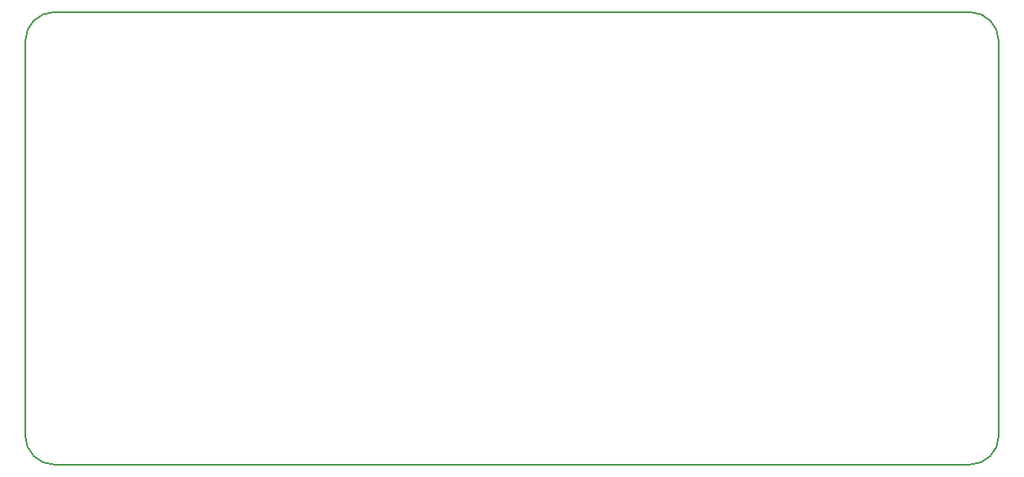
<source format=gbr>
G04 #@! TF.GenerationSoftware,KiCad,Pcbnew,5.0.2-bee76a0~70~ubuntu16.04.1*
G04 #@! TF.CreationDate,2018-12-12T21:45:09+05:30*
G04 #@! TF.ProjectId,sanjaya,73616e6a-6179-4612-9e6b-696361645f70,rev?*
G04 #@! TF.SameCoordinates,Original*
G04 #@! TF.FileFunction,Profile,NP*
%FSLAX46Y46*%
G04 Gerber Fmt 4.6, Leading zero omitted, Abs format (unit mm)*
G04 Created by KiCad (PCBNEW 5.0.2-bee76a0~70~ubuntu16.04.1) date Wed Dec 12 21:45:09 2018*
%MOMM*%
%LPD*%
G01*
G04 APERTURE LIST*
%ADD10C,0.150000*%
%ADD11C,0.200000*%
G04 APERTURE END LIST*
D10*
X77000000Y-129500000D02*
G75*
G02X74000000Y-126500000I0J3000000D01*
G01*
X175000000Y-126500000D02*
G75*
G02X172000000Y-129500000I-3000000J0D01*
G01*
X172000000Y-82500000D02*
G75*
G02X175000000Y-85500000I0J-3000000D01*
G01*
X74000000Y-85500000D02*
G75*
G02X77000000Y-82500000I3000000J0D01*
G01*
X77000000Y-82500000D02*
X172000000Y-82500000D01*
D11*
X74000000Y-126500000D02*
X74000000Y-85500000D01*
X172000000Y-129500000D02*
X77000000Y-129500000D01*
X175000000Y-85500000D02*
X175000000Y-126500000D01*
M02*

</source>
